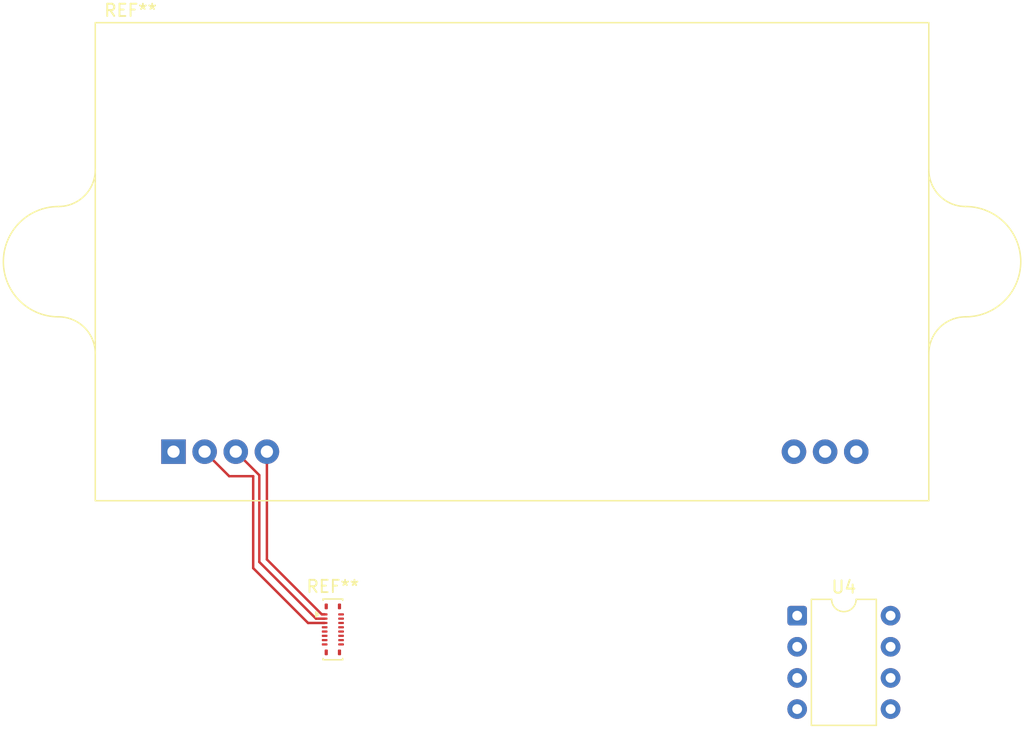
<source format=kicad_pcb>
(kicad_pcb (version 20241229) (generator "pcbnew") (generator_version "9.0")
  (layers (0 "F.Cu" signal) (2 "B.Cu" signal) (13 "F.Paste" user) (15 "B.Paste" user) (5 "F.SilkS" user "F.Silkscreen") (7 "B.SilkS" user "B.Silkscreen") (1 "F.Mask" user) (3 "B.Mask" user) (25 "Edge.Cuts" user))
  (net 0 "")
  (net 4 "Net-(U3-Qb)")
  (net 5 "Net-(U3-VCC)")
  (net 7 "Net-(U3-Qa)")
  (net 8 "Net-(U3-Qc)")
  (footprint "Connector_Hirose:Hirose_BM23FR0.6-16DP-0.35V_2x08_1MP_Vertical" (layer "F.Cu") (at 92.5 78.5)
    (property "Reference" "REF**" (at 0 -3.5 0) (layer "F.SilkS"))
    (property "Value" "Hirose_BM23FR0.6-16DP-0.35V_2x08_1MP_Vertical")
    (fp_line (start -1.38 -1.425) (end -1.38 -1.025) (stroke (width 0.12)) (layer "F.SilkS"))
    (fp_line (start -1.16 -1.225) (end -1.38 -1.425) (stroke (width 0.12)) (layer "F.SilkS"))
    (fp_line (start -1.16 -1.225) (end -1.38 -1.025) (stroke (width 0.12)) (layer "F.SilkS"))
    (fp_line (start -0.8 -2.48) (end -0.8 -2.37) (stroke (width 0.12)) (layer "F.SilkS"))
    (fp_line (start -0.8 -2.48) (end 0.8 -2.48) (stroke (width 0.12)) (layer "F.SilkS"))
    (fp_line (start -0.8 2.37) (end -0.8 2.48) (stroke (width 0.12)) (layer "F.SilkS"))
    (fp_line (start -0.8 2.48) (end 0.8 2.48) (stroke (width 0.12)) (layer "F.SilkS"))
    (fp_line (start 0.8 -2.37) (end 0.8 -2.48) (stroke (width 0.12)) (layer "F.SilkS"))
    (fp_line (start 0.8 2.48) (end 0.8 2.37) (stroke (width 0.12)) (layer "F.SilkS"))
    (pad "1" smd roundrect (at -0.67 -1.225 90) (size 0.18 0.46) (layers "F.Cu" "F.Mask" "F.Paste"))
    (pad "2" smd roundrect (at 0.67 -1.225 90) (size 0.18 0.46) (layers "F.Cu" "F.Mask" "F.Paste"))
    (pad "3" smd roundrect (at -0.67 -0.875 90) (size 0.18 0.46) (layers "F.Cu" "F.Mask" "F.Paste"))
    (pad "4" smd roundrect (at 0.67 -0.875 90) (size 0.18 0.46) (layers "F.Cu" "F.Mask" "F.Paste"))
    (pad "5" smd roundrect (at -0.67 -0.525 90) (size 0.18 0.46) (layers "F.Cu" "F.Mask" "F.Paste"))
    (pad "6" smd roundrect (at 0.67 -0.525 90) (size 0.18 0.46) (layers "F.Cu" "F.Mask" "F.Paste"))
    (pad "7" smd roundrect (at -0.67 -0.175 90) (size 0.18 0.46) (layers "F.Cu" "F.Mask" "F.Paste"))
    (pad "8" smd roundrect (at 0.67 -0.175 90) (size 0.18 0.46) (layers "F.Cu" "F.Mask" "F.Paste"))
    (pad "9" smd roundrect (at -0.67 0.175 90) (size 0.18 0.46) (layers "F.Cu" "F.Mask" "F.Paste"))
    (pad "10" smd roundrect (at 0.67 0.175 90) (size 0.18 0.46) (layers "F.Cu" "F.Mask" "F.Paste"))
    (pad "11" smd roundrect (at -0.67 0.525 90) (size 0.18 0.46) (layers "F.Cu" "F.Mask" "F.Paste"))
    (pad "12" smd roundrect (at 0.67 0.525 90) (size 0.18 0.46) (layers "F.Cu" "F.Mask" "F.Paste"))
    (pad "13" smd roundrect (at -0.67 0.875 90) (size 0.18 0.46) (layers "F.Cu" "F.Mask" "F.Paste"))
    (pad "14" smd roundrect (at 0.67 0.875 90) (size 0.18 0.46) (layers "F.Cu" "F.Mask" "F.Paste"))
    (pad "15" smd roundrect (at -0.67 1.225 90) (size 0.18 0.46) (layers "F.Cu" "F.Mask" "F.Paste"))
    (pad "16" smd roundrect (at 0.67 1.225 90) (size 0.18 0.46) (layers "F.Cu" "F.Mask" "F.Paste"))
    (pad "MP" smd roundrect (at -0.54 -1.875 90) (size 0.47 0.26) (layers "F.Cu" "F.Mask" "F.Paste"))
    (pad "MP" smd roundrect (at -0.54 1.875 90) (size 0.47 0.26) (layers "F.Cu" "F.Mask" "F.Paste"))
    (pad "MP" smd roundrect (at 0.54 -1.875 90) (size 0.47 0.26) (layers "F.Cu" "F.Mask" "F.Paste"))
    (pad "MP" smd roundrect (at 0.54 1.875 90) (size 0.47 0.26) (layers "F.Cu" "F.Mask" "F.Paste"))
  )
  (footprint "Package_DIP:DIP-8_W7.62mm" (layer "F.Cu") (at 130.38 77.38)
    (property "Reference" "U4" (at 3.81 -2.33 0) (layer "F.SilkS"))
    (property "Value" "ADG417BN")
    (fp_line (start 1.16 -1.33) (end 1.16 8.95) (stroke (width 0.12)) (layer "F.SilkS"))
    (fp_line (start 1.16 8.95) (end 6.46 8.95) (stroke (width 0.12)) (layer "F.SilkS"))
    (fp_line (start 2.81 -1.33) (end 1.16 -1.33) (stroke (width 0.12)) (layer "F.SilkS"))
    (fp_line (start 6.46 -1.33) (end 4.81 -1.33) (stroke (width 0.12)) (layer "F.SilkS"))
    (fp_line (start 6.46 8.95) (end 6.46 -1.33) (stroke (width 0.12)) (layer "F.SilkS"))
    (fp_arc (start 4.81 -1.33) (mid 3.81 -0.33) (end 2.81 -1.33) (stroke (width 0.12)) (layer "F.SilkS"))
    (pad "1" thru_hole roundrect (at 0 0) (size 1.6 1.6) (drill 0.8) (layers "*.Cu" "*.Mask") (roundrect_rratio 0.15625) (net 7 "Net-(U3-Qa)"))
    (pad "2" thru_hole circle (at 0 2.54) (size 1.6 1.6) (drill 0.8) (layers "*.Cu" "*.Mask"))
    (pad "3" thru_hole circle (at 0 5.08) (size 1.6 1.6) (drill 0.8) (layers "*.Cu" "*.Mask"))
    (pad "4" thru_hole circle (at 0 7.62) (size 1.6 1.6) (drill 0.8) (layers "*.Cu" "*.Mask") (net 5 "Net-(U3-VCC)"))
    (pad "5" thru_hole circle (at 7.62 7.62) (size 1.6 1.6) (drill 0.8) (layers "*.Cu" "*.Mask"))
    (pad "6" thru_hole circle (at 7.62 5.08) (size 1.6 1.6) (drill 0.8) (layers "*.Cu" "*.Mask") (net 4 "Net-(U3-Qb)"))
    (pad "7" thru_hole circle (at 7.62 2.54) (size 1.6 1.6) (drill 0.8) (layers "*.Cu" "*.Mask"))
    (pad "8" thru_hole circle (at 7.62 0) (size 1.6 1.6) (drill 0.8) (layers "*.Cu" "*.Mask") (net 8 "Net-(U3-Qc)"))
  )
  (footprint "Audio_Module:Reverb_BTDR-1H" (layer "F.Cu") (at 79.5 64)
    (property "Reference" "REF**" (at -3.5 -36 0) (layer "F.SilkS"))
    (property "Value" "Reverb_BTDR-1H")
    (fp_line (start -6.38 -35) (end 61.62 -35) (stroke (width 0.12)) (layer "F.SilkS"))
    (fp_line (start -6.38 -15.5) (end -6.38 -35) (stroke (width 0.12)) (layer "F.SilkS"))
    (fp_line (start -6.38 -15.5) (end -6.38 4) (stroke (width 0.12)) (layer "F.SilkS"))
    (fp_line (start -6.38 4) (end 61.62 4) (stroke (width 0.12)) (layer "F.SilkS"))
    (fp_line (start 61.62 -35) (end 61.62 4) (stroke (width 0.12)) (layer "F.SilkS"))
    (fp_arc (start -9.38 -11) (mid -13.88 -15.5) (end -9.38 -20) (stroke (width 0.12)) (layer "F.SilkS"))
    (fp_arc (start -9.38 -11) (mid -7.25868 -10.12132) (end -6.38 -8) (stroke (width 0.12)) (layer "F.SilkS"))
    (fp_arc (start -6.38 -23) (mid -7.25868 -20.87868) (end -9.38 -20) (stroke (width 0.12)) (layer "F.SilkS"))
    (fp_arc (start 61.62 -8) (mid 62.49868 -10.12132) (end 64.62 -11) (stroke (width 0.12)) (layer "F.SilkS"))
    (fp_arc (start 64.62 -20) (mid 62.49868 -20.87868) (end 61.62 -23) (stroke (width 0.12)) (layer "F.SilkS"))
    (fp_arc (start 64.62 -20) (mid 69.12 -15.5) (end 64.62 -11) (stroke (width 0.12)) (layer "F.SilkS"))
    (fp_circle (center -9.38 -15.5) (end -7.63 -15.5) (stroke (width 0.12)) (fill no) (layer "F.SilkS"))
    (fp_circle (center 64.62 -15.5) (end 66.37 -15.5) (stroke (width 0.12)) (fill no) (layer "F.SilkS"))
    (pad "" np_thru_hole circle (at -9.38 -15.5) (size 3.7 3.7) (drill 3.7) (layers "*.Cu" "*.Mask"))
    (pad "" np_thru_hole circle (at 64.62 -15.5) (size 3.7 3.7) (drill 3.7) (layers "*.Cu" "*.Mask"))
    (pad "1" thru_hole rect (at 0 0) (size 2 2) (drill 1) (layers "*.Cu" "*.Mask"))
    (pad "2" thru_hole circle (at 2.54 0) (size 2 2) (drill 1) (layers "*.Cu" "*.Mask"))
    (pad "3" thru_hole circle (at 5.08 0) (size 2 2) (drill 1) (layers "*.Cu" "*.Mask"))
    (pad "4" thru_hole circle (at 7.62 0) (size 2 2) (drill 1) (layers "*.Cu" "*.Mask"))
    (pad "5" thru_hole circle (at 50.62 0) (size 2 2) (drill 1) (layers "*.Cu" "*.Mask"))
    (pad "6" thru_hole circle (at 53.16 0) (size 2 2) (drill 1) (layers "*.Cu" "*.Mask"))
    (pad "7" thru_hole circle (at 55.7 0) (size 2 2) (drill 1) (layers "*.Cu" "*.Mask"))
  )
  (segment (start 86 73.5) (end 90.475 77.975) (width 0.2) (layer "F.Cu") (net 0))
  (segment (start 87.12 64) (end 87.12 72.794999) (width 0.2) (layer "F.Cu") (net 0))
  (segment (start 86.5 65.92) (end 86.5 73) (width 0.2) (layer "F.Cu") (net 0))
  (segment (start 84.04 66) (end 86 66) (width 0.2) (layer "F.Cu") (net 0))
  (segment (start 82.04 64) (end 84.04 66) (width 0.2) (layer "F.Cu") (net 0))
  (segment (start 84.58 64) (end 86.5 65.92) (width 0.2) (layer "F.Cu") (net 0))
  (segment (start 91.600001 77.275) (end 91.83 77.275) (width 0.2) (layer "F.Cu") (net 0))
  (segment (start 87.12 72.794999) (end 91.600001 77.275) (width 0.2) (layer "F.Cu") (net 0))
  (segment (start 90.475 77.975) (end 91.83 77.975) (width 0.2) (layer "F.Cu") (net 0))
  (segment (start 86.5 73) (end 91.125 77.625) (width 0.2) (layer "F.Cu") (net 0))
  (segment (start 91.125 77.625) (end 91.83 77.625) (width 0.2) (layer "F.Cu") (net 0))
  (segment (start 86 66) (end 86 73.5) (width 0.2) (layer "F.Cu") (net 0))
)
</source>
